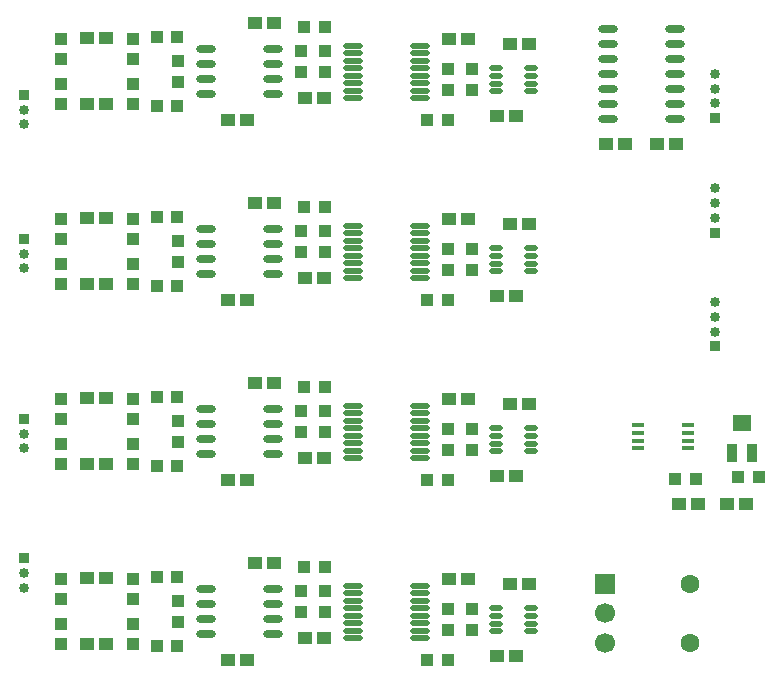
<source format=gbr>
%TF.GenerationSoftware,Altium Limited,Altium Designer,22.5.1 (42)*%
G04 Layer_Color=255*
%FSLAX45Y45*%
%MOMM*%
%TF.SameCoordinates,176CDB2E-7B72-45DB-8ACB-ACD3A9543041*%
%TF.FilePolarity,Positive*%
%TF.FileFunction,Pads,Top*%
%TF.Part,Single*%
G01*
G75*
%TA.AperFunction,SMDPad,CuDef*%
%ADD10O,1.65000X0.65000*%
%ADD11R,1.30000X1.10000*%
%ADD12R,1.04000X0.38000*%
%ADD13O,1.15000X0.50000*%
%ADD14O,1.65000X0.50000*%
%ADD15R,1.00000X1.05000*%
%ADD16R,1.05000X1.00000*%
%ADD17R,0.96520X1.60020*%
%ADD18R,1.49860X1.47320*%
%TA.AperFunction,ComponentPad*%
%ADD21R,0.85000X0.85000*%
%ADD22C,0.85000*%
%ADD23R,1.70000X1.70000*%
%ADD24C,1.70000*%
%ADD25C,1.60000*%
D10*
X2678248Y590508D02*
D03*
Y717508D02*
D03*
Y844508D02*
D03*
Y971508D02*
D03*
X2113249Y590508D02*
D03*
Y717508D02*
D03*
Y844508D02*
D03*
Y971508D02*
D03*
X6082600Y4953000D02*
D03*
Y5080000D02*
D03*
Y5207000D02*
D03*
Y5334000D02*
D03*
Y5461000D02*
D03*
Y5588000D02*
D03*
Y5715000D02*
D03*
X5517600Y4953000D02*
D03*
Y5080000D02*
D03*
Y5207000D02*
D03*
Y5334000D02*
D03*
Y5461000D02*
D03*
Y5588000D02*
D03*
Y5715000D02*
D03*
X2678248Y3638508D02*
D03*
Y3765508D02*
D03*
Y3892508D02*
D03*
Y4019508D02*
D03*
X2113249Y3638508D02*
D03*
Y3765508D02*
D03*
Y3892508D02*
D03*
Y4019508D02*
D03*
Y5543508D02*
D03*
Y5416508D02*
D03*
Y5289508D02*
D03*
Y5162508D02*
D03*
X2678248Y5543508D02*
D03*
Y5416508D02*
D03*
Y5289508D02*
D03*
Y5162508D02*
D03*
Y2114508D02*
D03*
Y2241508D02*
D03*
Y2368508D02*
D03*
Y2495508D02*
D03*
X2113249Y2114508D02*
D03*
Y2241508D02*
D03*
Y2368508D02*
D03*
Y2495508D02*
D03*
D11*
X5504200Y4737100D02*
D03*
X5664200D02*
D03*
X6096000D02*
D03*
X5936000D02*
D03*
X6684000Y1689100D02*
D03*
X6524000D02*
D03*
X6117600D02*
D03*
X6277600D02*
D03*
X4170700Y4102100D02*
D03*
X4330700D02*
D03*
X3111500Y3606800D02*
D03*
X2951500D02*
D03*
X4851400Y4064000D02*
D03*
X4691400D02*
D03*
X4737100Y3454400D02*
D03*
X4577100D02*
D03*
X2692400Y4241800D02*
D03*
X2532400D02*
D03*
X2463800Y3416300D02*
D03*
X2303800D02*
D03*
X1269248Y3549608D02*
D03*
X1109248D02*
D03*
X1269248Y4108408D02*
D03*
X1109248D02*
D03*
X4170700Y1054100D02*
D03*
X4330700D02*
D03*
X3111500Y558800D02*
D03*
X2951500D02*
D03*
X4851400Y1016000D02*
D03*
X4691400D02*
D03*
X4737100Y406400D02*
D03*
X4577100D02*
D03*
X2692400Y1193800D02*
D03*
X2532400D02*
D03*
X2463800Y368300D02*
D03*
X2303800D02*
D03*
X1269248Y501608D02*
D03*
X1109248D02*
D03*
X1269248Y1060408D02*
D03*
X1109248D02*
D03*
X4170700Y5626100D02*
D03*
X4330700D02*
D03*
X3111500Y5130800D02*
D03*
X2951500D02*
D03*
X4851400Y5588000D02*
D03*
X4691400D02*
D03*
X4737100Y4978400D02*
D03*
X4577100D02*
D03*
X2692400Y5765800D02*
D03*
X2532400D02*
D03*
X2463800Y4940300D02*
D03*
X2303800D02*
D03*
X1269248Y5073608D02*
D03*
X1109248D02*
D03*
X1269248Y5632408D02*
D03*
X1109248D02*
D03*
Y2584408D02*
D03*
X1269248D02*
D03*
X1109248Y2025608D02*
D03*
X1269248D02*
D03*
X2303800Y1892300D02*
D03*
X2463800D02*
D03*
X2532400Y2717800D02*
D03*
X2692400D02*
D03*
X4577100Y1930400D02*
D03*
X4737100D02*
D03*
X4691400Y2540000D02*
D03*
X4851400D02*
D03*
X2951500Y2082800D02*
D03*
X3111500D02*
D03*
X4330700Y2578100D02*
D03*
X4170700D02*
D03*
D12*
X5769700Y2358100D02*
D03*
Y2293100D02*
D03*
Y2228100D02*
D03*
Y2163100D02*
D03*
X6193700Y2358100D02*
D03*
Y2293100D02*
D03*
Y2228100D02*
D03*
Y2163100D02*
D03*
D13*
X4573100Y3856700D02*
D03*
Y3791700D02*
D03*
Y3726700D02*
D03*
Y3661700D02*
D03*
X4868100Y3856700D02*
D03*
Y3791700D02*
D03*
Y3726700D02*
D03*
Y3661700D02*
D03*
X4573100Y808700D02*
D03*
Y743700D02*
D03*
Y678700D02*
D03*
Y613700D02*
D03*
X4868100Y808700D02*
D03*
Y743700D02*
D03*
Y678700D02*
D03*
Y613700D02*
D03*
X4573100Y5380700D02*
D03*
Y5315700D02*
D03*
Y5250700D02*
D03*
Y5185700D02*
D03*
X4868100Y5380700D02*
D03*
Y5315700D02*
D03*
Y5250700D02*
D03*
Y5185700D02*
D03*
Y2137700D02*
D03*
Y2202700D02*
D03*
Y2267700D02*
D03*
Y2332700D02*
D03*
X4573100Y2137700D02*
D03*
Y2202700D02*
D03*
Y2267700D02*
D03*
Y2332700D02*
D03*
D14*
X3358600Y4044950D02*
D03*
Y3981450D02*
D03*
Y3917950D02*
D03*
Y3854450D02*
D03*
Y3790950D02*
D03*
Y3727450D02*
D03*
Y3663950D02*
D03*
Y3600450D02*
D03*
X3923600Y4044950D02*
D03*
Y3981450D02*
D03*
Y3917950D02*
D03*
Y3854450D02*
D03*
Y3790950D02*
D03*
Y3727450D02*
D03*
Y3663950D02*
D03*
Y3600450D02*
D03*
X3358600Y996950D02*
D03*
Y933450D02*
D03*
Y869950D02*
D03*
Y806450D02*
D03*
Y742950D02*
D03*
Y679450D02*
D03*
Y615950D02*
D03*
Y552450D02*
D03*
X3923600Y996950D02*
D03*
Y933450D02*
D03*
Y869950D02*
D03*
Y806450D02*
D03*
Y742950D02*
D03*
Y679450D02*
D03*
Y615950D02*
D03*
Y552450D02*
D03*
X3358600Y5568950D02*
D03*
Y5505450D02*
D03*
Y5441950D02*
D03*
Y5378450D02*
D03*
Y5314950D02*
D03*
Y5251450D02*
D03*
Y5187950D02*
D03*
Y5124450D02*
D03*
X3923600Y5568950D02*
D03*
Y5505450D02*
D03*
Y5441950D02*
D03*
Y5378450D02*
D03*
Y5314950D02*
D03*
Y5251450D02*
D03*
Y5187950D02*
D03*
Y5124450D02*
D03*
Y2076450D02*
D03*
Y2139950D02*
D03*
Y2203450D02*
D03*
Y2266950D02*
D03*
Y2330450D02*
D03*
Y2393950D02*
D03*
Y2457450D02*
D03*
Y2520950D02*
D03*
X3358600Y2076450D02*
D03*
Y2139950D02*
D03*
Y2203450D02*
D03*
Y2266950D02*
D03*
Y2330450D02*
D03*
Y2393950D02*
D03*
Y2457450D02*
D03*
Y2520950D02*
D03*
D15*
X2917200Y3824100D02*
D03*
Y3999100D02*
D03*
X4161800Y3846700D02*
D03*
Y3671700D02*
D03*
X3120400Y3999100D02*
D03*
Y3824100D02*
D03*
X4365000Y3846700D02*
D03*
Y3671700D02*
D03*
X1875049Y3916508D02*
D03*
Y3741508D02*
D03*
X1494049Y3726008D02*
D03*
Y3551008D02*
D03*
X884449Y3726008D02*
D03*
Y3551008D02*
D03*
X1494049Y3932008D02*
D03*
Y4107008D02*
D03*
X884449Y3932008D02*
D03*
Y4107008D02*
D03*
X2917200Y776100D02*
D03*
Y951100D02*
D03*
X4161800Y798700D02*
D03*
Y623700D02*
D03*
X3120400Y951100D02*
D03*
Y776100D02*
D03*
X4365000Y798700D02*
D03*
Y623700D02*
D03*
X1875049Y868508D02*
D03*
Y693508D02*
D03*
X1494049Y678008D02*
D03*
Y503008D02*
D03*
X884449Y678008D02*
D03*
Y503008D02*
D03*
X1494049Y884008D02*
D03*
Y1059008D02*
D03*
X884449Y884008D02*
D03*
Y1059008D02*
D03*
X2917200Y5348100D02*
D03*
Y5523100D02*
D03*
X4161800Y5370700D02*
D03*
Y5195700D02*
D03*
X3120400Y5523100D02*
D03*
Y5348100D02*
D03*
X4365000Y5370700D02*
D03*
Y5195700D02*
D03*
X1875049Y5440508D02*
D03*
Y5265508D02*
D03*
X1494049Y5250008D02*
D03*
Y5075008D02*
D03*
X884449Y5250008D02*
D03*
Y5075008D02*
D03*
X1494049Y5456008D02*
D03*
Y5631008D02*
D03*
X884449Y5456008D02*
D03*
Y5631008D02*
D03*
Y2583008D02*
D03*
Y2408008D02*
D03*
X1494049Y2583008D02*
D03*
Y2408008D02*
D03*
X884449Y2027008D02*
D03*
Y2202008D02*
D03*
X1494049Y2027008D02*
D03*
Y2202008D02*
D03*
X1875049Y2217508D02*
D03*
Y2392508D02*
D03*
X4365000Y2147700D02*
D03*
Y2322700D02*
D03*
X3120400Y2300100D02*
D03*
Y2475100D02*
D03*
X4161800Y2147700D02*
D03*
Y2322700D02*
D03*
X2917200Y2475100D02*
D03*
Y2300100D02*
D03*
D16*
X4160400Y3416300D02*
D03*
X3985400D02*
D03*
X2944000Y4203700D02*
D03*
X3119000D02*
D03*
X1698649Y3536908D02*
D03*
X1873649D02*
D03*
X1698649Y4121108D02*
D03*
X1873649D02*
D03*
X3985400Y368300D02*
D03*
X4160400D02*
D03*
X6618100Y1917700D02*
D03*
X6793100D02*
D03*
X6259700Y1905000D02*
D03*
X6084700D02*
D03*
X3985400Y4940300D02*
D03*
X4160400D02*
D03*
X2944000Y1155700D02*
D03*
X3119000D02*
D03*
X1698649Y488908D02*
D03*
X1873649D02*
D03*
X1698649Y1073108D02*
D03*
X1873649D02*
D03*
X2944000Y5727700D02*
D03*
X3119000D02*
D03*
X1698649Y5060908D02*
D03*
X1873649D02*
D03*
X1698649Y5645108D02*
D03*
X1873649D02*
D03*
Y2597108D02*
D03*
X1698649D02*
D03*
X1873649Y2012908D02*
D03*
X1698649D02*
D03*
X3119000Y2679700D02*
D03*
X2944000D02*
D03*
X3985400Y1892300D02*
D03*
X4160400D02*
D03*
D17*
X6741795Y2122170D02*
D03*
X6567805D02*
D03*
D18*
X6654800Y2379980D02*
D03*
D21*
X6426200Y4957000D02*
D03*
X571500Y5154200D02*
D03*
Y3935509D02*
D03*
Y2411509D02*
D03*
Y1231900D02*
D03*
X6426200Y3987800D02*
D03*
Y3024600D02*
D03*
D22*
X571500Y4904200D02*
D03*
Y5029200D02*
D03*
Y3810509D02*
D03*
Y3685509D02*
D03*
Y2161509D02*
D03*
Y2286509D02*
D03*
Y1106900D02*
D03*
Y981900D02*
D03*
X6426200Y5332000D02*
D03*
Y5207000D02*
D03*
Y5082000D02*
D03*
Y4112800D02*
D03*
Y4237800D02*
D03*
Y4362800D02*
D03*
Y3399600D02*
D03*
Y3274600D02*
D03*
Y3149600D02*
D03*
D23*
X5492300Y1016000D02*
D03*
D24*
Y766000D02*
D03*
Y516000D02*
D03*
D25*
X6210300Y1016000D02*
D03*
Y516001D02*
D03*
%TF.MD5,7169d376f466e5258b317b7cd9b04aa0*%
M02*

</source>
